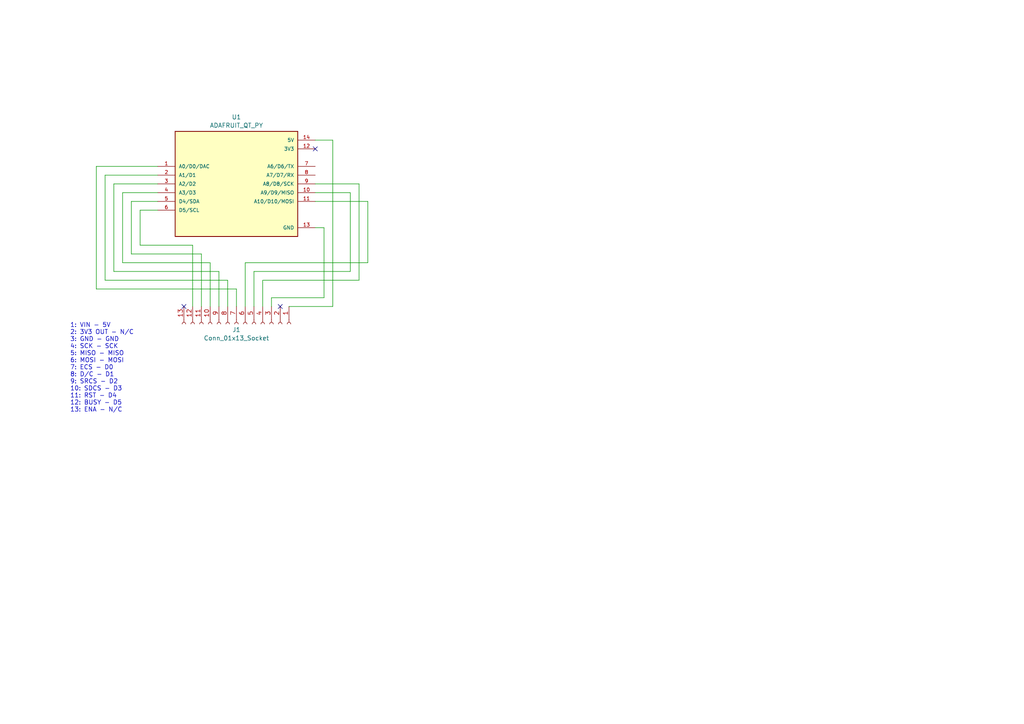
<source format=kicad_sch>
(kicad_sch (version 20240812) (generator "eeschema") (generator_version "8.99")
  (paper "A4")
  (lib_symbols
    (symbol "ADAFRUIT_QT_PY:ADAFRUIT_QT_PY" (pin_names (offset 1.016))
      (property "Reference" "U" (at -17.78 16.002 0))
      (property "Value" "ADAFRUIT_QT_PY" (at -17.78 -17.78 0))
      (symbol "ADAFRUIT_QT_PY_0_0"
        (rectangle (start -17.78 -15.24) (end 17.78 15.24) (stroke (width 0.254)) (fill (type background)))
        (pin bidirectional line (at -22.86 5.08 0) (length 5.08) (name "A0/D0/DAC") (number "1"))
        (pin bidirectional line (at -22.86 2.54 0) (length 5.08) (name "A1/D1") (number "2"))
        (pin bidirectional line (at -22.86 0 0) (length 5.08) (name "A2/D2") (number "3"))
        (pin bidirectional line (at -22.86 -2.54 0) (length 5.08) (name "A3/D3") (number "4"))
        (pin bidirectional line (at -22.86 -5.08 0) (length 5.08) (name "D4/SDA") (number "5"))
        (pin bidirectional line (at -22.86 -7.62 0) (length 5.08) (name "D5/SCL") (number "6"))
        (pin power_in line (at 22.86 12.7 180) (length 5.08) (name "5V") (number "14"))
        (pin power_in line (at 22.86 10.16 180) (length 5.08) (name "3V3") (number "12"))
        (pin bidirectional line (at 22.86 5.08 180) (length 5.08) (name "A6/D6/TX") (number "7"))
        (pin bidirectional line (at 22.86 2.54 180) (length 5.08) (name "A7/D7/RX") (number "8"))
        (pin bidirectional line (at 22.86 0 180) (length 5.08) (name "A8/D8/SCK") (number "9"))
        (pin bidirectional line (at 22.86 -2.54 180) (length 5.08) (name "A9/D9/MISO") (number "10"))
        (pin bidirectional line (at 22.86 -5.08 180) (length 5.08) (name "A10/D10/MOSI") (number "11"))
        (pin power_in line (at 22.86 -12.7 180) (length 5.08) (name "GND") (number "13"))
      )
    )
    (symbol "Connector:Conn_01x13_Socket" (pin_names (offset 1.016) hide)
      (property "Reference" "J" (at 0 17.78 0))
      (property "Value" "Conn_01x13_Socket" (at 0 -17.78 0))
      (symbol "Conn_01x13_Socket_1_1"
        (polyline (pts (xy -1.27 15.24) (xy -0.508 15.24)) (stroke (width 0.1524)))
        (polyline (pts (xy -1.27 12.7) (xy -0.508 12.7)) (stroke (width 0.1524)))
        (polyline (pts (xy -1.27 10.16) (xy -0.508 10.16)) (stroke (width 0.1524)))
        (polyline (pts (xy -1.27 7.62) (xy -0.508 7.62)) (stroke (width 0.1524)))
        (polyline (pts (xy -1.27 5.08) (xy -0.508 5.08)) (stroke (width 0.1524)))
        (polyline (pts (xy -1.27 2.54) (xy -0.508 2.54)) (stroke (width 0.1524)))
        (polyline (pts (xy -1.27 0) (xy -0.508 0)) (stroke (width 0.1524)))
        (polyline (pts (xy -1.27 -2.54) (xy -0.508 -2.54)) (stroke (width 0.1524)))
        (polyline (pts (xy -1.27 -5.08) (xy -0.508 -5.08)) (stroke (width 0.1524)))
        (polyline (pts (xy -1.27 -7.62) (xy -0.508 -7.62)) (stroke (width 0.1524)))
        (polyline (pts (xy -1.27 -10.16) (xy -0.508 -10.16)) (stroke (width 0.1524)))
        (polyline (pts (xy -1.27 -12.7) (xy -0.508 -12.7)) (stroke (width 0.1524)))
        (polyline (pts (xy -1.27 -15.24) (xy -0.508 -15.24)) (stroke (width 0.1524)))
        (arc (start 0 14.732) (mid -0.5058 15.24) (end 0 15.748) (stroke (width 0.1524)))
        (arc (start 0 12.192) (mid -0.5058 12.7) (end 0 13.208) (stroke (width 0.1524)))
        (arc (start 0 9.652) (mid -0.5058 10.16) (end 0 10.668) (stroke (width 0.1524)))
        (arc (start 0 7.112) (mid -0.5058 7.62) (end 0 8.128) (stroke (width 0.1524)))
        (arc (start 0 4.572) (mid -0.5058 5.08) (end 0 5.588) (stroke (width 0.1524)))
        (arc (start 0 2.032) (mid -0.5058 2.54) (end 0 3.048) (stroke (width 0.1524)))
        (arc (start 0 -0.508) (mid -0.5058 0) (end 0 0.508) (stroke (width 0.1524)))
        (arc (start 0 -3.048) (mid -0.5058 -2.54) (end 0 -2.032) (stroke (width 0.1524)))
        (arc (start 0 -5.588) (mid -0.5058 -5.08) (end 0 -4.572) (stroke (width 0.1524)))
        (arc (start 0 -8.128) (mid -0.5058 -7.62) (end 0 -7.112) (stroke (width 0.1524)))
        (arc (start 0 -10.668) (mid -0.5058 -10.16) (end 0 -9.652) (stroke (width 0.1524)))
        (arc (start 0 -13.208) (mid -0.5058 -12.7) (end 0 -12.192) (stroke (width 0.1524)))
        (arc (start 0 -15.748) (mid -0.5058 -15.24) (end 0 -14.732) (stroke (width 0.1524)))
        (pin passive line (at -5.08 15.24 0) (length 3.81) (name "Pin_1") (number "1"))
        (pin passive line (at -5.08 12.7 0) (length 3.81) (name "Pin_2") (number "2"))
        (pin passive line (at -5.08 10.16 0) (length 3.81) (name "Pin_3") (number "3"))
        (pin passive line (at -5.08 7.62 0) (length 3.81) (name "Pin_4") (number "4"))
        (pin passive line (at -5.08 5.08 0) (length 3.81) (name "Pin_5") (number "5"))
        (pin passive line (at -5.08 2.54 0) (length 3.81) (name "Pin_6") (number "6"))
        (pin passive line (at -5.08 0 0) (length 3.81) (name "Pin_7") (number "7"))
        (pin passive line (at -5.08 -2.54 0) (length 3.81) (name "Pin_8") (number "8"))
        (pin passive line (at -5.08 -5.08 0) (length 3.81) (name "Pin_9") (number "9"))
        (pin passive line (at -5.08 -7.62 0) (length 3.81) (name "Pin_10") (number "10"))
        (pin passive line (at -5.08 -10.16 0) (length 3.81) (name "Pin_11") (number "11"))
        (pin passive line (at -5.08 -12.7 0) (length 3.81) (name "Pin_12") (number "12"))
        (pin passive line (at -5.08 -15.24 0) (length 3.81) (name "Pin_13") (number "13"))
      )
    )
  )
  (text "1: VIN - 5V\n2: 3V3 OUT - N/C\n3: GND - GND\n4: SCK - SCK\n5: MISO - MISO\n6: MOSI - MOSI\n7: ECS - D0\n8: D/C - D1\n9: SRCS - D2\n10: SDCS - D3\n11: RST - D4\n12: BUSY - D5\n13: ENA - N/C" (at 20.32 106.68 0) (effects (font (size 1.27 1.27)) (justify left)))
  (no_connect (at 53.34 88.9))
  (no_connect (at 91.44 43.18))
  (no_connect (at 81.28 88.9))
  (wire (pts (xy 30.48 81.28) (xy 30.48 50.8)))
  (wire (pts (xy 106.68 76.2) (xy 71.12 76.2)))
  (wire (pts (xy 66.04 88.9) (xy 66.04 81.28)))
  (wire (pts (xy 91.44 66.04) (xy 93.98 66.04)))
  (wire (pts (xy 91.44 55.88) (xy 101.6 55.88)))
  (wire (pts (xy 91.44 40.64) (xy 96.52 40.64)))
  (wire (pts (xy 66.04 81.28) (xy 30.48 81.28)))
  (wire (pts (xy 96.52 40.64) (xy 96.52 88.9)))
  (wire (pts (xy 104.14 81.28) (xy 76.2 81.28)))
  (wire (pts (xy 40.64 60.96) (xy 45.72 60.96)))
  (wire (pts (xy 63.5 78.74) (xy 33.02 78.74)))
  (wire (pts (xy 38.1 58.42) (xy 45.72 58.42)))
  (wire (pts (xy 93.98 86.36) (xy 78.74 86.36)))
  (wire (pts (xy 35.56 55.88) (xy 45.72 55.88)))
  (wire (pts (xy 91.44 58.42) (xy 106.68 58.42)))
  (wire (pts (xy 27.94 83.82) (xy 27.94 48.26)))
  (wire (pts (xy 101.6 55.88) (xy 101.6 78.74)))
  (wire (pts (xy 68.58 88.9) (xy 68.58 83.82)))
  (wire (pts (xy 33.02 78.74) (xy 33.02 53.34)))
  (wire (pts (xy 101.6 78.74) (xy 73.66 78.74)))
  (wire (pts (xy 58.42 88.9) (xy 58.42 73.66)))
  (wire (pts (xy 106.68 58.42) (xy 106.68 76.2)))
  (wire (pts (xy 78.74 86.36) (xy 78.74 88.9)))
  (wire (pts (xy 60.96 88.9) (xy 60.96 76.2)))
  (wire (pts (xy 96.52 88.9) (xy 83.82 88.9)))
  (wire (pts (xy 63.5 88.9) (xy 63.5 78.74)))
  (wire (pts (xy 68.58 83.82) (xy 27.94 83.82)))
  (wire (pts (xy 30.48 50.8) (xy 45.72 50.8)))
  (wire (pts (xy 93.98 66.04) (xy 93.98 86.36)))
  (wire (pts (xy 58.42 73.66) (xy 38.1 73.66)))
  (wire (pts (xy 71.12 76.2) (xy 71.12 88.9)))
  (wire (pts (xy 104.14 53.34) (xy 104.14 81.28)))
  (wire (pts (xy 27.94 48.26) (xy 45.72 48.26)))
  (wire (pts (xy 73.66 78.74) (xy 73.66 88.9)))
  (wire (pts (xy 33.02 53.34) (xy 45.72 53.34)))
  (wire (pts (xy 38.1 73.66) (xy 38.1 58.42)))
  (wire (pts (xy 40.64 71.12) (xy 40.64 60.96)))
  (wire (pts (xy 91.44 53.34) (xy 104.14 53.34)))
  (wire (pts (xy 76.2 81.28) (xy 76.2 88.9)))
  (wire (pts (xy 55.88 88.9) (xy 55.88 71.12)))
  (wire (pts (xy 55.88 71.12) (xy 40.64 71.12)))
  (wire (pts (xy 60.96 76.2) (xy 35.56 76.2)))
  (wire (pts (xy 35.56 76.2) (xy 35.56 55.88)))
  (symbol (lib_id "ADAFRUIT_QT_PY:ADAFRUIT_QT_PY") (at 68.58 53.34 0) (unit 1)
    (property "Reference" "U1" (at 68.58 33.9555 0))
    (property "Value" "ADAFRUIT_QT_PY" (at 68.58 36.3798 0))
    (property "Footprint" "ADAFRUIT_QT_PY:MODULE_ADAFRUIT_QT_PY" (effects (hide yes)))
    (property "MF" "Adafruit Industries" (effects (hide yes)))
    (property "MAXIMUM_PACKAGE_HEIGHT" "6.28 mm" (effects (hide yes)))
    (property "Package" "None" (effects (hide yes)))
    (property "Price" "None" (effects (hide yes)))
    (property "Check_prices" "https://www.snapeda.com/parts/Adafruit%20QT%20Py/Adafruit+Industries/view-part/?ref=eda" (effects (hide yes)))
    (property "STANDARD" "IPC-7351B" (effects (hide yes)))
    (property "PARTREV" "2022-12-12" (effects (hide yes)))
    (property "SnapEDA_Link" "https://www.snapeda.com/parts/Adafruit%20QT%20Py/Adafruit+Industries/view-part/?ref=snap" (effects (hide yes)))
    (property "MP" "Adafruit QT Py" (effects (hide yes)))
    (property "Description_1" "Castellated Pads - SAMD21 Dev Board with STEMMA QT" (effects (hide yes)))
    (property "MANUFACTURER" "Adafruit Industries" (effects (hide yes)))
    (property "Availability" "Not in stock" (effects (hide yes)))
    (property "SNAPEDA_PN" "Adafruit QT Py" (effects (hide yes)))
  )
  (symbol (lib_id "Connector:Conn_01x13_Socket") (at 68.58 93.98 270) (unit 1)
    (property "Reference" "J1" (at 68.58 95.6493 90))
    (property "Value" "Conn_01x13_Socket" (at 68.58 98.0736 90))
    (property "Footprint" "Connector_PinHeader_2.54mm:PinHeader_1x13_P2.54mm_Vertical" (effects (hide yes)))
    (property "Description" "Generic connector, single row, 01x13, script generated" (effects (hide yes)))
  )
)
</source>
